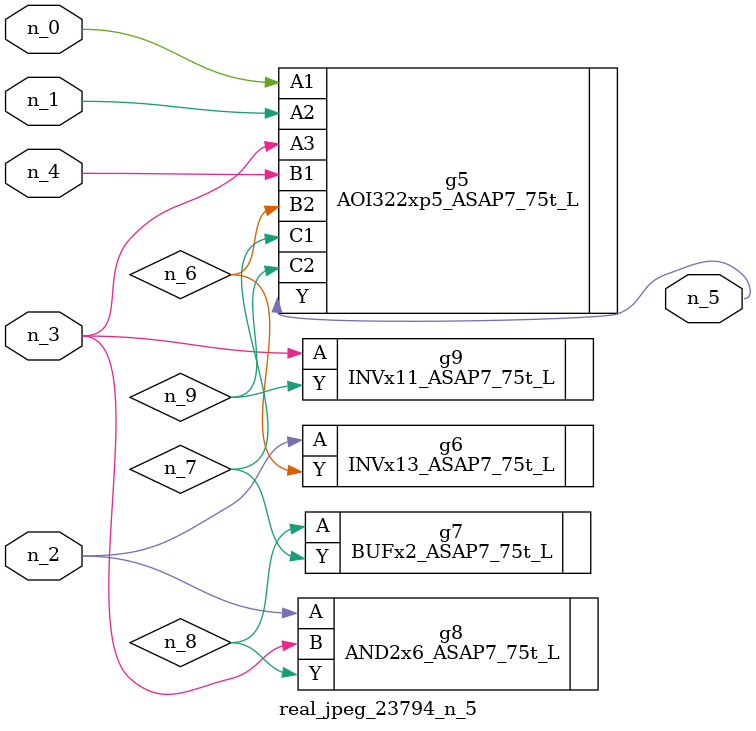
<source format=v>
module real_jpeg_23794_n_5 (n_4, n_0, n_1, n_2, n_3, n_5);

input n_4;
input n_0;
input n_1;
input n_2;
input n_3;

output n_5;

wire n_8;
wire n_6;
wire n_7;
wire n_9;

AOI322xp5_ASAP7_75t_L g5 ( 
.A1(n_0),
.A2(n_1),
.A3(n_3),
.B1(n_4),
.B2(n_6),
.C1(n_7),
.C2(n_9),
.Y(n_5)
);

INVx13_ASAP7_75t_L g6 ( 
.A(n_2),
.Y(n_6)
);

AND2x6_ASAP7_75t_L g8 ( 
.A(n_2),
.B(n_3),
.Y(n_8)
);

INVx11_ASAP7_75t_L g9 ( 
.A(n_3),
.Y(n_9)
);

BUFx2_ASAP7_75t_L g7 ( 
.A(n_8),
.Y(n_7)
);


endmodule
</source>
